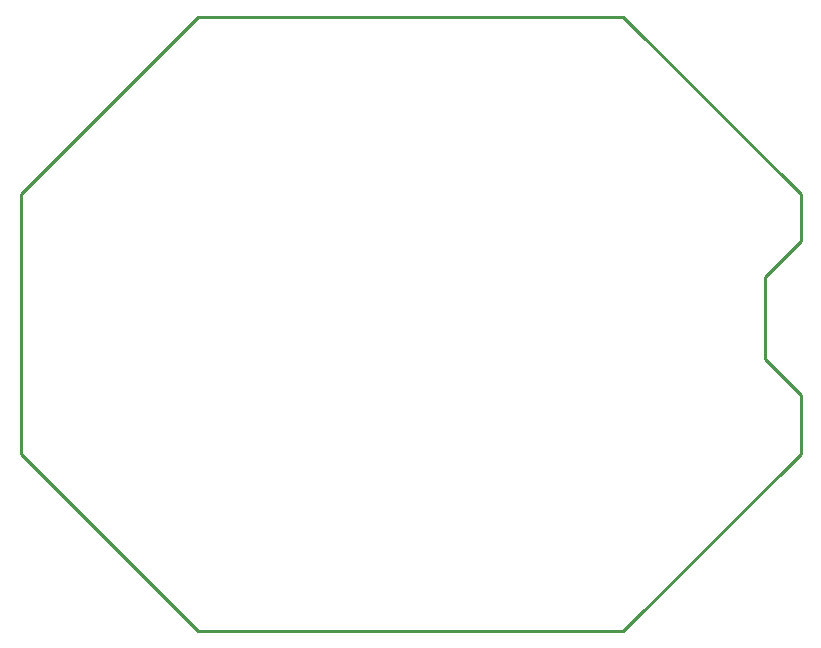
<source format=gbr>
G04 EAGLE Gerber RS-274X export*
G75*
%MOMM*%
%FSLAX34Y34*%
%LPD*%
%IN*%
%IPPOS*%
%AMOC8*
5,1,8,0,0,1.08239X$1,22.5*%
G01*
G04 Define Apertures*
%ADD10C,0.254000*%
D10*
X60000Y280000D02*
X210000Y130000D01*
X570000Y130000D01*
X720000Y280000D01*
X720000Y330000D01*
X690000Y360000D01*
X690000Y430000D01*
X720000Y460000D01*
X720000Y500000D01*
X570000Y650000D01*
X210000Y650000D01*
X60000Y500000D01*
X60000Y280000D01*
M02*

</source>
